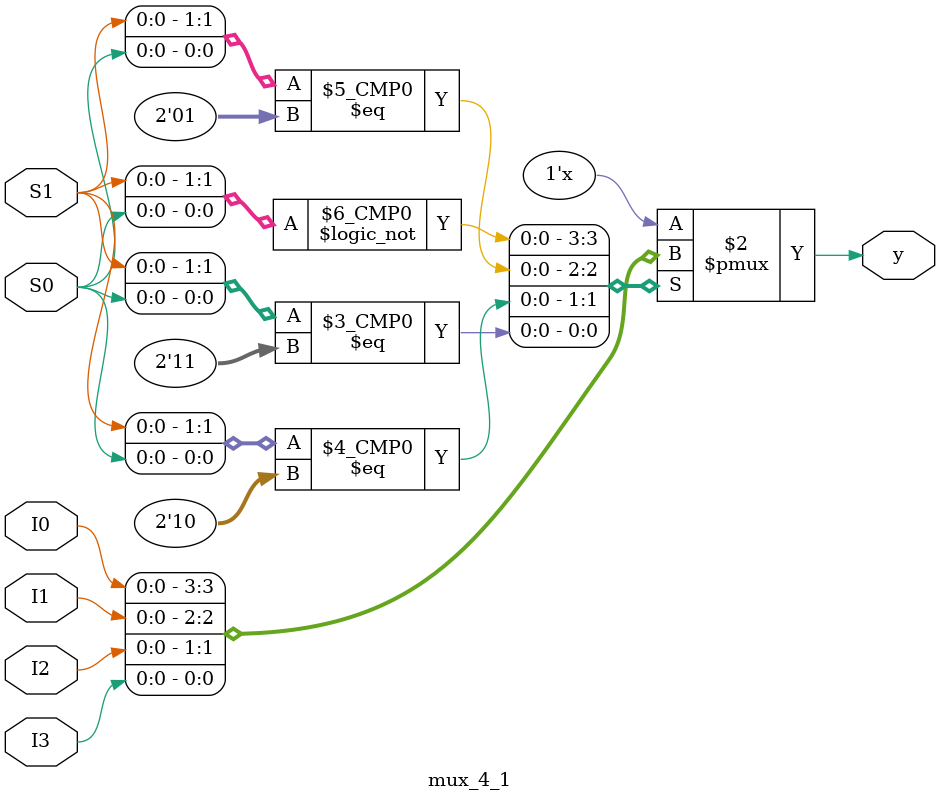
<source format=v>
`timescale 1ns / 1ps


module mux_4_1( input I0, I1, I2, I3, S0, S1, output reg y );

//    always@(*) begin
//        if(S0 == 0 && S1 == 0) begin
//            y = I0;
//        end else if(S0 == 1 && S1 == 0) begin
//            y = I1;
//        end else if(S0 == 0 && S1 == 1) begin
//            y = I2;
//        end else if(S0 == 1 && S1 == 1) begin
//            y = I3;
//        end
//    end

    always@(*) begin
        case({S1, S0})
            2'b00 : begin
                y = I0;
            end
            2'b01 : begin
                y = I1;
            end
            2'b10 : begin
                y = I2;
            end
            2'b11: begin
                y = I3;
            end
            default : begin
                y = I0;
            end
        endcase
    
    end

endmodule

</source>
